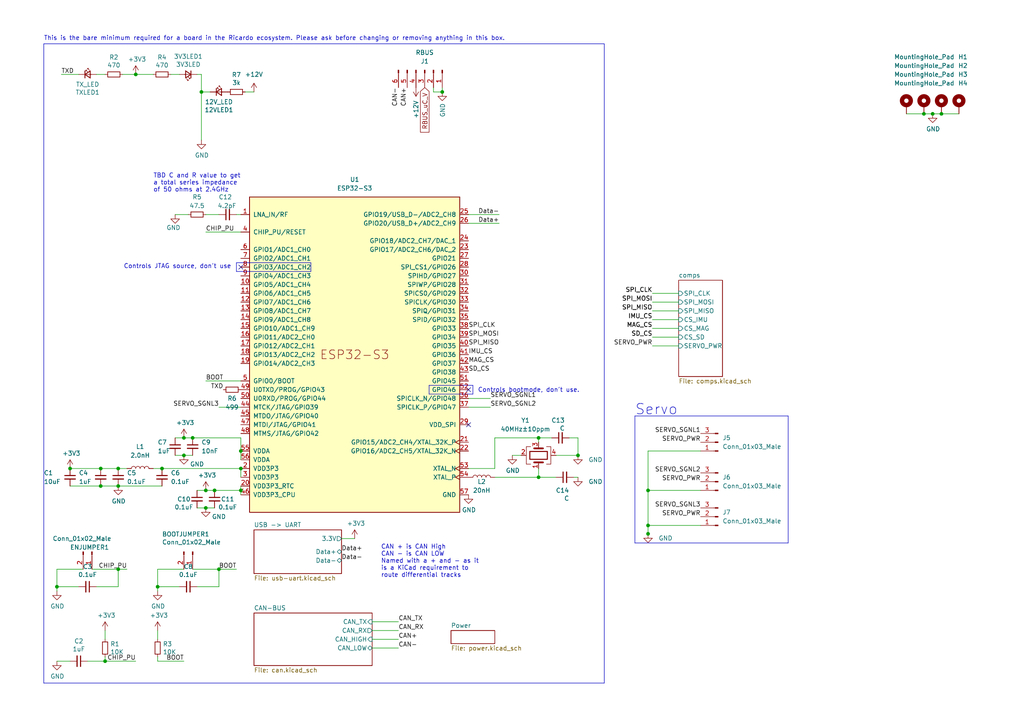
<source format=kicad_sch>
(kicad_sch (version 20230121) (generator eeschema)
  (paper "A4")
  (lib_symbols
    (symbol "Connector:Conn_01x02_Male" (pin_names (offset 1.016) hide)
      (property "Reference" "J" (at 0 2.54 0))
      (property "Value" "Conn_01x02_Male" (at 0 -5.08 0))
      (symbol "Conn_01x02_Male_1_1"
        (polyline (pts (xy 1.27 -2.54) (xy 0.8636 -2.54)) (stroke (width 0.1524)))
        (polyline (pts (xy 1.27 0) (xy 0.8636 0)) (stroke (width 0.1524)))
        (rectangle (start 0.8636 -2.413) (end 0 -2.667) (stroke (width 0.1524)) (fill (type outline)))
        (rectangle (start 0.8636 0.127) (end 0 -0.127) (stroke (width 0.1524)) (fill (type outline)))
        (pin passive line (at 5.08 0 180) (length 3.81) (name "Pin_1") (number "1"))
        (pin passive line (at 5.08 -2.54 180) (length 3.81) (name "Pin_2") (number "2"))
      )
    )
    (symbol "Connector:Conn_01x03_Male" (pin_names (offset 1.016) hide)
      (property "Reference" "J" (at 0 5.08 0))
      (property "Value" "Conn_01x03_Male" (at 0 -5.08 0))
      (symbol "Conn_01x03_Male_1_1"
        (polyline (pts (xy 1.27 -2.54) (xy 0.8636 -2.54)) (stroke (width 0.1524)))
        (polyline (pts (xy 1.27 0) (xy 0.8636 0)) (stroke (width 0.1524)))
        (polyline (pts (xy 1.27 2.54) (xy 0.8636 2.54)) (stroke (width 0.1524)))
        (rectangle (start 0.8636 -2.413) (end 0 -2.667) (stroke (width 0.1524)) (fill (type outline)))
        (rectangle (start 0.8636 0.127) (end 0 -0.127) (stroke (width 0.1524)) (fill (type outline)))
        (rectangle (start 0.8636 2.667) (end 0 2.413) (stroke (width 0.1524)) (fill (type outline)))
        (pin passive line (at 5.08 2.54 180) (length 3.81) (name "Pin_1") (number "1"))
        (pin passive line (at 5.08 0 180) (length 3.81) (name "Pin_2") (number "2"))
        (pin passive line (at 5.08 -2.54 180) (length 3.81) (name "Pin_3") (number "3"))
      )
    )
    (symbol "Connector:Conn_01x06_Male" (pin_names (offset 1.016) hide)
      (property "Reference" "J" (at 0 7.62 0))
      (property "Value" "Conn_01x06_Male" (at 0 -10.16 0))
      (symbol "Conn_01x06_Male_1_1"
        (polyline (pts (xy 1.27 -7.62) (xy 0.8636 -7.62)) (stroke (width 0.1524)))
        (polyline (pts (xy 1.27 -5.08) (xy 0.8636 -5.08)) (stroke (width 0.1524)))
        (polyline (pts (xy 1.27 -2.54) (xy 0.8636 -2.54)) (stroke (width 0.1524)))
        (polyline (pts (xy 1.27 0) (xy 0.8636 0)) (stroke (width 0.1524)))
        (polyline (pts (xy 1.27 2.54) (xy 0.8636 2.54)) (stroke (width 0.1524)))
        (polyline (pts (xy 1.27 5.08) (xy 0.8636 5.08)) (stroke (width 0.1524)))
        (rectangle (start 0.8636 -7.493) (end 0 -7.747) (stroke (width 0.1524)) (fill (type outline)))
        (rectangle (start 0.8636 -4.953) (end 0 -5.207) (stroke (width 0.1524)) (fill (type outline)))
        (rectangle (start 0.8636 -2.413) (end 0 -2.667) (stroke (width 0.1524)) (fill (type outline)))
        (rectangle (start 0.8636 0.127) (end 0 -0.127) (stroke (width 0.1524)) (fill (type outline)))
        (rectangle (start 0.8636 2.667) (end 0 2.413) (stroke (width 0.1524)) (fill (type outline)))
        (rectangle (start 0.8636 5.207) (end 0 4.953) (stroke (width 0.1524)) (fill (type outline)))
        (pin passive line (at 5.08 5.08 180) (length 3.81) (name "Pin_1") (number "1"))
        (pin passive line (at 5.08 2.54 180) (length 3.81) (name "Pin_2") (number "2"))
        (pin passive line (at 5.08 0 180) (length 3.81) (name "Pin_3") (number "3"))
        (pin passive line (at 5.08 -2.54 180) (length 3.81) (name "Pin_4") (number "4"))
        (pin passive line (at 5.08 -5.08 180) (length 3.81) (name "Pin_5") (number "5"))
        (pin passive line (at 5.08 -7.62 180) (length 3.81) (name "Pin_6") (number "6"))
      )
    )
    (symbol "Device:C_Small" (pin_numbers hide) (pin_names (offset 0.254) hide)
      (property "Reference" "C" (at 0.254 1.778 0))
      (property "Value" "C_Small" (at 0.254 -2.032 0))
      (symbol "C_Small_0_1"
        (polyline (pts (xy -1.524 -0.508) (xy 1.524 -0.508)) (stroke (width 0.3302)))
        (polyline (pts (xy -1.524 0.508) (xy 1.524 0.508)) (stroke (width 0.3048)))
      )
      (symbol "C_Small_1_1"
        (pin passive line (at 0 2.54 270) (length 2.032) (name "~") (number "1"))
        (pin passive line (at 0 -2.54 90) (length 2.032) (name "~") (number "2"))
      )
    )
    (symbol "Device:Crystal_GND24" (pin_names (offset 1.016) hide)
      (property "Reference" "Y" (at 3.175 5.08 0))
      (property "Value" "Crystal_GND24" (at 3.175 3.175 0))
      (symbol "Crystal_GND24_0_1"
        (rectangle (start -1.143 2.54) (end 1.143 -2.54) (stroke (width 0.3048)))
        (polyline (pts (xy -2.54 0) (xy -2.032 0)))
        (polyline (pts (xy -2.032 -1.27) (xy -2.032 1.27)) (stroke (width 0.508)))
        (polyline (pts (xy 0 -3.81) (xy 0 -3.556)))
        (polyline (pts (xy 0 3.556) (xy 0 3.81)))
        (polyline (pts (xy 2.032 -1.27) (xy 2.032 1.27)) (stroke (width 0.508)))
        (polyline (pts (xy 2.032 0) (xy 2.54 0)))
        (polyline (pts (xy -2.54 -2.286) (xy -2.54 -3.556) (xy 2.54 -3.556) (xy 2.54 -2.286)))
        (polyline (pts (xy -2.54 2.286) (xy -2.54 3.556) (xy 2.54 3.556) (xy 2.54 2.286)))
      )
      (symbol "Crystal_GND24_1_1"
        (pin passive line (at -3.81 0 0) (length 1.27) (name "1") (number "1"))
        (pin passive line (at 0 5.08 270) (length 1.27) (name "2") (number "2"))
        (pin passive line (at 3.81 0 180) (length 1.27) (name "3") (number "3"))
        (pin passive line (at 0 -5.08 90) (length 1.27) (name "4") (number "4"))
      )
    )
    (symbol "Device:L" (pin_numbers hide) (pin_names (offset 1.016) hide)
      (property "Reference" "L" (at -1.27 0 90))
      (property "Value" "L" (at 1.905 0 90))
      (symbol "L_0_1"
        (arc (start 0 -2.54) (mid 0.6323 -1.905) (end 0 -1.27))
        (arc (start 0 -1.27) (mid 0.6323 -0.635) (end 0 0))
        (arc (start 0 0) (mid 0.6323 0.635) (end 0 1.27))
        (arc (start 0 1.27) (mid 0.6323 1.905) (end 0 2.54))
      )
      (symbol "L_1_1"
        (pin passive line (at 0 3.81 270) (length 1.27) (name "1") (number "1"))
        (pin passive line (at 0 -3.81 90) (length 1.27) (name "2") (number "2"))
      )
    )
    (symbol "Device:LED_Small" (pin_numbers hide) (pin_names (offset 0.254) hide)
      (property "Reference" "D" (at -1.27 3.175 0))
      (property "Value" "LED_Small" (at -4.445 -2.54 0))
      (symbol "LED_Small_0_1"
        (polyline (pts (xy -0.762 -1.016) (xy -0.762 1.016)) (stroke (width 0.254)))
        (polyline (pts (xy 1.016 0) (xy -0.762 0)))
        (polyline (pts (xy 0.762 -1.016) (xy -0.762 0) (xy 0.762 1.016) (xy 0.762 -1.016)) (stroke (width 0.254)))
        (polyline (pts (xy 0 0.762) (xy -0.508 1.27) (xy -0.254 1.27) (xy -0.508 1.27) (xy -0.508 1.016)))
        (polyline (pts (xy 0.508 1.27) (xy 0 1.778) (xy 0.254 1.778) (xy 0 1.778) (xy 0 1.524)))
      )
      (symbol "LED_Small_1_1"
        (pin passive line (at -2.54 0 0) (length 1.778) (name "K") (number "1"))
        (pin passive line (at 2.54 0 180) (length 1.778) (name "A") (number "2"))
      )
    )
    (symbol "Device:R_Small" (pin_numbers hide) (pin_names (offset 0.254) hide)
      (property "Reference" "R" (at 0.762 0.508 0))
      (property "Value" "R_Small" (at 0.762 -1.016 0))
      (symbol "R_Small_0_1"
        (rectangle (start -0.762 1.778) (end 0.762 -1.778) (stroke (width 0.2032)))
      )
      (symbol "R_Small_1_1"
        (pin passive line (at 0 2.54 270) (length 0.762) (name "~") (number "1"))
        (pin passive line (at 0 -2.54 90) (length 0.762) (name "~") (number "2"))
      )
    )
    (symbol "Espressif:ESP32-S3" (pin_names (offset 1.016))
      (property "Reference" "U" (at 0 48.26 0))
      (property "Value" "ESP32-S3" (at 0 -48.26 0))
      (symbol "ESP32-S3_0_0"
        (text "ESP32-S3" (at 0 0 0) (effects (font (size 2.54 2.54))))
        (pin bidirectional line (at 33.02 -12.7 180) (length 2.54) (name "SPICLK_N/GPIO48") (number "36"))
        (pin bidirectional line (at 33.02 -15.24 180) (length 2.54) (name "SPICLK_P/GPIO47") (number "37"))
      )
      (symbol "ESP32-S3_0_1"
        (rectangle (start -30.48 45.72) (end 30.48 -45.72) (stroke (width 0.254)) (fill (type background)))
      )
      (symbol "ESP32-S3_1_1"
        (pin bidirectional line (at -33.02 40.64 0) (length 2.54) (name "LNA_IN/RF") (number "1"))
        (pin bidirectional line (at -33.02 20.32 0) (length 2.54) (name "GPIO5/ADC1_CH4") (number "10"))
        (pin bidirectional line (at -33.02 17.78 0) (length 2.54) (name "GPIO6/ADC1_CH5") (number "11"))
        (pin bidirectional line (at -33.02 15.24 0) (length 2.54) (name "GPIO7/ADC1_CH6") (number "12"))
        (pin bidirectional line (at -33.02 12.7 0) (length 2.54) (name "GPIO8/ADC1_CH7") (number "13"))
        (pin bidirectional line (at -33.02 10.16 0) (length 2.54) (name "GPIO9/ADC1_CH8") (number "14"))
        (pin bidirectional line (at -33.02 7.62 0) (length 2.54) (name "GPIO10/ADC1_CH9") (number "15"))
        (pin bidirectional line (at -33.02 5.08 0) (length 2.54) (name "GPIO11/ADC2_CH0") (number "16"))
        (pin bidirectional line (at -33.02 2.54 0) (length 2.54) (name "GPIO12/ADC2_CH1") (number "17"))
        (pin bidirectional line (at -33.02 0 0) (length 2.54) (name "GPIO13/ADC2_CH2") (number "18"))
        (pin bidirectional line (at -33.02 -2.54 0) (length 2.54) (name "GPIO14/ADC2_CH3") (number "19"))
        (pin power_in line (at -33.02 -33.02 0) (length 2.54) (name "VDD3P3") (number "2"))
        (pin power_in line (at -33.02 -38.1 0) (length 2.54) (name "VDD3P3_RTC") (number "20"))
        (pin input clock (at 33.02 -25.4 180) (length 2.54) (name "GPIO15/ADC2_CH4/XTAL_32K_P") (number "21"))
        (pin output clock (at 33.02 -27.94 180) (length 2.54) (name "GPIO16/ADC2_CH5/XTAL_32K_N") (number "22"))
        (pin bidirectional line (at 33.02 30.48 180) (length 2.54) (name "GPIO17/ADC2_CH6/DAC_2") (number "23"))
        (pin bidirectional line (at 33.02 33.02 180) (length 2.54) (name "GPIO18/ADC2_CH7/DAC_1") (number "24"))
        (pin bidirectional line (at 33.02 40.64 180) (length 2.54) (name "GPIO19/USB_D-/ADC2_CH8") (number "25"))
        (pin bidirectional line (at 33.02 38.1 180) (length 2.54) (name "GPIO20/USB_D+/ADC2_CH9") (number "26"))
        (pin bidirectional line (at 33.02 27.94 180) (length 2.54) (name "GPIO21") (number "27"))
        (pin bidirectional line (at 33.02 25.4 180) (length 2.54) (name "SPI_CS1/GPIO26") (number "28"))
        (pin power_out line (at 33.02 -20.32 180) (length 2.54) (name "VDD_SPI") (number "29"))
        (pin power_in line (at -33.02 -35.56 0) (length 2.54) (name "VDD3P3") (number "3"))
        (pin bidirectional line (at 33.02 22.86 180) (length 2.54) (name "SPIHD/GPIO27") (number "30"))
        (pin bidirectional line (at 33.02 20.32 180) (length 2.54) (name "SPIWP/GPIO28") (number "31"))
        (pin bidirectional line (at 33.02 17.78 180) (length 2.54) (name "SPICS0/GPIO29") (number "32"))
        (pin bidirectional line (at 33.02 15.24 180) (length 2.54) (name "SPICLK/GPIO30") (number "33"))
        (pin bidirectional line (at 33.02 12.7 180) (length 2.54) (name "SPIQ/GPIO31") (number "34"))
        (pin bidirectional line (at 33.02 10.16 180) (length 2.54) (name "SPID/GPIO32") (number "35"))
        (pin bidirectional line (at 33.02 7.62 180) (length 2.54) (name "GPIO33") (number "38"))
        (pin bidirectional line (at 33.02 5.08 180) (length 2.54) (name "GPIO34") (number "39"))
        (pin input line (at -33.02 35.56 0) (length 2.54) (name "CHIP_PU/RESET") (number "4"))
        (pin bidirectional line (at 33.02 2.54 180) (length 2.54) (name "GPIO35") (number "40"))
        (pin bidirectional line (at 33.02 0 180) (length 2.54) (name "GPIO36") (number "41"))
        (pin bidirectional line (at 33.02 -2.54 180) (length 2.54) (name "GPIO37") (number "42"))
        (pin bidirectional line (at 33.02 -5.08 180) (length 2.54) (name "GPIO38") (number "43"))
        (pin bidirectional line (at -33.02 -15.24 0) (length 2.54) (name "MTCK/JTAG/GPIO39") (number "44"))
        (pin bidirectional line (at -33.02 -17.78 0) (length 2.54) (name "MTDO/JTAG/GPIO40") (number "45"))
        (pin power_in line (at -33.02 -40.64 0) (length 2.54) (name "VDD3P3_CPU") (number "46"))
        (pin bidirectional line (at -33.02 -20.32 0) (length 2.54) (name "MTDI/JTAG/GPIO41") (number "47"))
        (pin bidirectional line (at -33.02 -22.86 0) (length 2.54) (name "MTMS/JTAG/GPIO42") (number "48"))
        (pin bidirectional line (at -33.02 -10.16 0) (length 2.54) (name "U0TXD/PROG/GPIO43") (number "49"))
        (pin bidirectional line (at -33.02 -7.62 0) (length 2.54) (name "GPIO0/BOOT") (number "5"))
        (pin bidirectional line (at -33.02 -12.7 0) (length 2.54) (name "U0RXD/PROG/GPIO44") (number "50"))
        (pin bidirectional line (at 33.02 -7.62 180) (length 2.54) (name "GPIO45") (number "51"))
        (pin bidirectional line (at 33.02 -10.16 180) (length 2.54) (name "GPIO46") (number "52"))
        (pin input clock (at 33.02 -33.02 180) (length 2.54) (name "XTAL_N") (number "53"))
        (pin output clock (at 33.02 -35.56 180) (length 2.54) (name "XTAL_P") (number "54"))
        (pin power_in line (at -33.02 -27.94 0) (length 2.54) (name "VDDA") (number "55"))
        (pin power_in line (at -33.02 -30.48 0) (length 2.54) (name "VDDA") (number "56"))
        (pin power_in line (at 33.02 -40.64 180) (length 2.54) (name "GND") (number "57"))
        (pin bidirectional line (at -33.02 30.48 0) (length 2.54) (name "GPIO1/ADC1_CH0") (number "6"))
        (pin bidirectional line (at -33.02 27.94 0) (length 2.54) (name "GPIO2/ADC1_CH1") (number "7"))
        (pin bidirectional line (at -33.02 25.4 0) (length 2.54) (name "GPIO3/ADC1_CH2") (number "8"))
        (pin bidirectional line (at -33.02 22.86 0) (length 2.54) (name "GPIO4/ADC1_CH3") (number "9"))
      )
    )
    (symbol "Mechanical:MountingHole_Pad" (pin_numbers hide) (pin_names (offset 1.016) hide)
      (property "Reference" "H" (at 0 6.35 0))
      (property "Value" "MountingHole_Pad" (at 0 4.445 0))
      (symbol "MountingHole_Pad_0_1"
        (circle (center 0 1.27) (radius 1.27) (stroke (width 1.27)))
      )
      (symbol "MountingHole_Pad_1_1"
        (pin input line (at 0 -2.54 90) (length 2.54) (name "1") (number "1"))
      )
    )
    (symbol "power:+12V" (power) (pin_names (offset 0))
      (property "Value" "+12V" (at 0 3.556 0))
      (symbol "+12V_0_1"
        (polyline (pts (xy -0.762 1.27) (xy 0 2.54)))
        (polyline (pts (xy 0 0) (xy 0 2.54)))
        (polyline (pts (xy 0 2.54) (xy 0.762 1.27)))
      )
      (symbol "+12V_1_1"
        (pin power_in line (at 0 0 90) (length 0) hide (name "+12V") (number "1"))
      )
    )
    (symbol "power:+3.3V" (power) (pin_names (offset 0))
      (property "Value" "+3.3V" (at 0 3.556 0))
      (symbol "+3.3V_0_1"
        (polyline (pts (xy -0.762 1.27) (xy 0 2.54)))
        (polyline (pts (xy 0 0) (xy 0 2.54)))
        (polyline (pts (xy 0 2.54) (xy 0.762 1.27)))
      )
      (symbol "+3.3V_1_1"
        (pin power_in line (at 0 0 90) (length 0) hide (name "+3V3") (number "1"))
      )
    )
    (symbol "power:GND" (power) (pin_names (offset 0))
      (property "Value" "GND" (at 0 -3.81 0))
      (symbol "GND_0_1"
        (polyline (pts (xy 0 0) (xy 0 -1.27) (xy 1.27 -1.27) (xy 0 -2.54) (xy -1.27 -1.27) (xy 0 -1.27)))
      )
      (symbol "GND_1_1"
        (pin power_in line (at 0 0 270) (length 0) hide (name "GND") (number "1"))
      )
    )
  )
  (junction (at 39.37 21.59))
  (junction (at 59.69 142.24))
  (junction (at 53.34 127))
  (junction (at 58.42 26.67))
  (junction (at 187.96 154.8298))
  (junction (at 30.48 191.77))
  (junction (at 187.96 142.24))
  (junction (at 69.85 142.24))
  (junction (at 55.88 127))
  (junction (at 63.5 165.1))
  (junction (at 59.69 147.32))
  (junction (at 62.23 142.24))
  (junction (at 34.29 135.89))
  (junction (at 20.32 135.89))
  (junction (at 45.72 170.18))
  (junction (at 29.21 135.89))
  (junction (at 34.29 140.97))
  (junction (at 156.21 127))
  (junction (at 273.05 33.02))
  (junction (at 53.34 132.08))
  (junction (at 156.21 138.43))
  (junction (at 69.85 130.81))
  (junction (at 29.21 140.97))
  (junction (at 16.51 170.18))
  (junction (at 187.96 152.4))
  (junction (at 270.51 33.02))
  (junction (at 267.97 33.02))
  (junction (at 167.64 132.08))
  (junction (at 46.99 135.89))
  (junction (at 128.27 26.67))
  (junction (at 34.29 165.1))
  (junction (at 69.85 135.89))
  (no_connect (at 69.85 77.47))
  (no_connect (at 135.89 113.03))
  (no_connect (at 135.89 123.19))
  (wire (pts (xy 30.48 191.77) (xy 30.48 190.5)))
  (wire (pts (xy 135.89 62.23) (xy 144.78 62.23)))
  (wire (pts (xy 69.85 135.89) (xy 69.85 138.43)))
  (wire (pts (xy 187.96 154.8298) (xy 187.96 154.94)))
  (polyline (pts (xy 90.17 78.74) (xy 68.58 78.74)))
  (wire (pts (xy 63.5 170.18) (xy 63.5 165.1)))
  (polyline (pts (xy 68.58 76.2) (xy 68.58 78.74)))
  (wire (pts (xy 60.96 26.67) (xy 58.42 26.67)))
  (wire (pts (xy 16.51 191.77) (xy 20.32 191.77)))
  (wire (pts (xy 107.95 180.34) (xy 115.57 180.34)))
  (polyline (pts (xy 184.15 120.65) (xy 184.15 157.48)))
  (wire (pts (xy 128.27 25.4) (xy 128.27 26.67)))
  (wire (pts (xy 160.02 127) (xy 156.21 127)))
  (wire (pts (xy 45.72 165.1) (xy 53.34 165.1)))
  (wire (pts (xy 125.73 26.67) (xy 128.27 26.67)))
  (wire (pts (xy 189.23 100.33) (xy 196.85 100.33)))
  (wire (pts (xy 58.42 21.59) (xy 57.15 21.59)))
  (wire (pts (xy 29.21 135.89) (xy 34.29 135.89)))
  (wire (pts (xy 143.51 138.43) (xy 156.21 138.43)))
  (wire (pts (xy 59.69 110.49) (xy 69.85 110.49)))
  (polyline (pts (xy 12.7 12.7) (xy 12.7 198.12)))
  (wire (pts (xy 267.97 33.02) (xy 262.89 33.02)))
  (wire (pts (xy 16.51 170.18) (xy 16.51 171.45)))
  (wire (pts (xy 189.23 95.25) (xy 196.85 95.25)))
  (wire (pts (xy 57.15 170.18) (xy 63.5 170.18)))
  (polyline (pts (xy 137.16 111.76) (xy 137.16 114.3)))
  (wire (pts (xy 68.58 165.1) (xy 63.5 165.1)))
  (wire (pts (xy 68.58 62.23) (xy 69.85 62.23)))
  (wire (pts (xy 27.94 21.59) (xy 30.48 21.59)))
  (wire (pts (xy 16.51 165.1) (xy 16.51 170.18)))
  (polyline (pts (xy 184.15 157.48) (xy 228.6 157.48)))
  (wire (pts (xy 161.29 132.08) (xy 167.64 132.08)))
  (wire (pts (xy 30.48 182.88) (xy 30.48 185.42)))
  (wire (pts (xy 57.15 147.32) (xy 59.69 147.32)))
  (polyline (pts (xy 68.58 76.2) (xy 90.17 76.2)))
  (wire (pts (xy 34.29 135.89) (xy 36.83 135.89)))
  (wire (pts (xy 69.85 142.24) (xy 69.85 143.51)))
  (wire (pts (xy 189.23 87.63) (xy 196.85 87.63)))
  (wire (pts (xy 62.23 142.24) (xy 69.85 142.24)))
  (wire (pts (xy 53.34 132.08) (xy 55.88 132.08)))
  (wire (pts (xy 143.51 135.89) (xy 143.51 127)))
  (wire (pts (xy 156.21 127) (xy 156.21 128.27)))
  (wire (pts (xy 34.29 165.1) (xy 36.83 165.1)))
  (wire (pts (xy 187.96 142.24) (xy 187.96 152.4)))
  (wire (pts (xy 50.8 132.08) (xy 53.34 132.08)))
  (wire (pts (xy 63.5 118.11) (xy 69.85 118.11)))
  (wire (pts (xy 187.96 130.81) (xy 187.96 142.24)))
  (polyline (pts (xy 124.46 111.76) (xy 124.46 114.3)))
  (wire (pts (xy 189.23 85.09) (xy 196.85 85.09)))
  (wire (pts (xy 135.89 115.57) (xy 142.24 115.57)))
  (polyline (pts (xy 12.7 12.7) (xy 175.26 12.7)))
  (wire (pts (xy 189.23 97.79) (xy 196.85 97.79)))
  (wire (pts (xy 44.45 135.89) (xy 46.99 135.89)))
  (wire (pts (xy 69.85 130.81) (xy 69.85 133.35)))
  (wire (pts (xy 22.86 170.18) (xy 16.51 170.18)))
  (polyline (pts (xy 228.6 157.48) (xy 228.6 120.65)))
  (wire (pts (xy 50.8 127) (xy 53.34 127)))
  (wire (pts (xy 17.78 21.59) (xy 22.86 21.59)))
  (wire (pts (xy 52.07 170.18) (xy 45.72 170.18)))
  (wire (pts (xy 50.8 62.23) (xy 54.61 62.23)))
  (wire (pts (xy 59.69 62.23) (xy 63.5 62.23)))
  (wire (pts (xy 278.13 33.02) (xy 273.05 33.02)))
  (wire (pts (xy 29.21 140.97) (xy 34.29 140.97)))
  (wire (pts (xy 35.56 21.59) (xy 39.37 21.59)))
  (wire (pts (xy 55.88 127) (xy 69.85 127)))
  (wire (pts (xy 187.96 142.24) (xy 203.2 142.24)))
  (wire (pts (xy 189.23 90.17) (xy 196.85 90.17)))
  (wire (pts (xy 107.95 187.96) (xy 115.57 187.96)))
  (wire (pts (xy 107.95 182.88) (xy 115.57 182.88)))
  (wire (pts (xy 69.85 127) (xy 69.85 130.81)))
  (polyline (pts (xy 137.16 114.3) (xy 124.46 114.3)))
  (wire (pts (xy 55.88 165.1) (xy 63.5 165.1)))
  (wire (pts (xy 125.73 25.4) (xy 125.73 26.67)))
  (wire (pts (xy 25.4 191.77) (xy 30.48 191.77)))
  (wire (pts (xy 273.05 33.02) (xy 270.51 33.02)))
  (wire (pts (xy 135.89 135.89) (xy 143.51 135.89)))
  (wire (pts (xy 45.72 170.18) (xy 45.72 171.45)))
  (wire (pts (xy 45.72 191.77) (xy 45.72 190.5)))
  (wire (pts (xy 49.53 21.59) (xy 52.07 21.59)))
  (wire (pts (xy 189.23 92.71) (xy 196.85 92.71)))
  (wire (pts (xy 148.59 132.08) (xy 151.13 132.08)))
  (wire (pts (xy 135.89 118.11) (xy 142.24 118.11)))
  (wire (pts (xy 58.42 21.59) (xy 58.42 26.67)))
  (wire (pts (xy 161.29 138.43) (xy 156.21 138.43)))
  (wire (pts (xy 187.96 152.4) (xy 187.96 154.8298)))
  (polyline (pts (xy 184.15 120.65) (xy 228.6 120.65)))
  (wire (pts (xy 59.69 67.31) (xy 69.85 67.31)))
  (wire (pts (xy 187.96 152.4) (xy 203.2 152.4)))
  (wire (pts (xy 53.34 191.77) (xy 45.72 191.77)))
  (wire (pts (xy 58.42 26.67) (xy 58.42 40.64)))
  (wire (pts (xy 156.21 135.89) (xy 156.21 138.43)))
  (wire (pts (xy 34.29 170.18) (xy 34.29 165.1)))
  (polyline (pts (xy 90.17 76.2) (xy 90.17 78.74)))
  (wire (pts (xy 143.51 127) (xy 156.21 127)))
  (wire (pts (xy 99.06 156.21) (xy 102.87 156.21)))
  (wire (pts (xy 167.64 138.43) (xy 166.37 138.43)))
  (wire (pts (xy 20.32 135.89) (xy 29.21 135.89)))
  (wire (pts (xy 167.64 127) (xy 167.64 132.08)))
  (wire (pts (xy 39.37 21.59) (xy 44.45 21.59)))
  (polyline (pts (xy 124.46 111.76) (xy 137.16 111.76)))
  (wire (pts (xy 59.69 147.32) (xy 62.23 147.32)))
  (wire (pts (xy 30.48 191.77) (xy 39.37 191.77)))
  (wire (pts (xy 270.51 33.02) (xy 267.97 33.02)))
  (wire (pts (xy 107.95 185.42) (xy 115.57 185.42)))
  (wire (pts (xy 53.34 127) (xy 55.88 127)))
  (wire (pts (xy 203.2 130.81) (xy 187.96 130.81)))
  (wire (pts (xy 73.66 26.67) (xy 71.12 26.67)))
  (wire (pts (xy 46.99 135.89) (xy 69.85 135.89)))
  (polyline (pts (xy 175.26 12.7) (xy 175.26 198.12)))
  (wire (pts (xy 34.29 140.97) (xy 46.99 140.97)))
  (wire (pts (xy 135.89 64.77) (xy 144.78 64.77)))
  (wire (pts (xy 27.94 170.18) (xy 34.29 170.18)))
  (wire (pts (xy 45.72 165.1) (xy 45.72 170.18)))
  (wire (pts (xy 59.69 142.24) (xy 62.23 142.24)))
  (wire (pts (xy 57.15 142.24) (xy 59.69 142.24)))
  (wire (pts (xy 20.32 140.97) (xy 29.21 140.97)))
  (wire (pts (xy 69.85 142.24) (xy 69.85 140.97)))
  (wire (pts (xy 167.64 127) (xy 165.1 127)))
  (wire (pts (xy 26.67 165.1) (xy 34.29 165.1)))
  (wire (pts (xy 45.72 182.88) (xy 45.72 185.42)))
  (wire (pts (xy 16.51 165.1) (xy 24.13 165.1)))
  (polyline (pts (xy 175.26 198.12) (xy 12.7 198.12)))
  (text "Controls bootmode, don't use.\n" (at 138.5894 113.9757 0) (effects (font (size 1.27 1.27)) (justify left bottom)))
  (text "This is the bare minimum required for a board in the Ricardo ecosystem. Please ask before changing or removing anything in this box.\n\n" (at 12.7 13.97 0) (effects (font (size 1.27 1.27)) (justify left bottom)))
  (text "TBD C and R value to get\na total series impedance\nof 50 ohms at 2.4GHz\n" (at 44.45 55.88 0) (effects (font (size 1.27 1.27)) (justify left bottom)))
  (text "CAN + is CAN High\nCAN - is CAN LOW\nNamed with a + and - as it\nis a KiCad requirement to\nroute differential tracks\n" (at 110.49 167.64 0) (effects (font (size 1.27 1.27)) (justify left bottom)))
  (text "Controls JTAG source, don't use\n" (at 67.0857 78.0878 0) (effects (font (size 1.27 1.27)) (justify right bottom)))
  (text "Servo	" (at 184.15 120.65 0) (effects (font (size 3 3)) (justify left bottom)))
  (label "SERVO_PWR" (at 203.2 149.86 180))
  (label "SERVO_SGNL2" (at 203.2 137.16 180))
  (label "CHIP_PU" (at 36.83 165.1 180))
  (label "SERVO_SGNL3" (at 63.5 118.11 180))
  (label "SPI_CLK" (at 135.89 95.25 0))
  (label "SPI_MOSI" (at 189.23 87.63 180))
  (label "CAN+" (at 115.57 185.42 0))
  (label "Data+" (at 99.06 160.02 0))
  (label "SERVO_SGNL1" (at 142.24 115.57 0))
  (label "SERVO_SGNL3" (at 203.2 147.32 180))
  (label "Data-" (at 99.06 162.56 0))
  (label "MAG_CS" (at 189.23 95.25 180))
  (label "BOOT" (at 53.34 191.77 180))
  (label "IMU_CS" (at 189.23 92.71 180))
  (label "SPI_MOSI" (at 135.89 97.79 0))
  (label "SERVO_PWR" (at 189.23 100.33 180))
  (label "CAN-" (at 115.57 25.4 270))
  (label "SPI_CLK" (at 189.23 85.09 180))
  (label "SD_CS" (at 135.89 107.95 0))
  (label "CAN+" (at 118.11 25.4 270))
  (label "CAN_TX" (at 115.57 180.34 0))
  (label "SD_CS" (at 189.23 97.79 180))
  (label "SPI_MISO" (at 189.23 90.17 180))
  (label "SERVO_PWR" (at 203.2 128.27 180))
  (label "MAG_CS" (at 135.89 105.41 0))
  (label "BOOT" (at 68.58 165.1 180))
  (label "SERVO_PWR" (at 203.2 139.7 180))
  (label "SPI_MISO" (at 189.23 90.17 180))
  (label "MAG_CS" (at 189.23 95.25 180))
  (label "IMU_CS" (at 135.89 102.87 0))
  (label "SD_CS" (at 189.23 97.79 180))
  (label "SERVO_SGNL1" (at 203.2 125.73 180))
  (label "BOOT" (at 59.69 110.49 0))
  (label "TXD" (at 64.77 113.03 180))
  (label "CHIP_PU" (at 59.69 67.31 0))
  (label "SPI_MOSI" (at 189.23 87.63 180))
  (label "SPI_CLK" (at 189.23 85.09 180))
  (label "CAN_RX" (at 115.57 182.88 0))
  (label "SERVO_SGNL2" (at 142.24 118.11 0))
  (label "Data+" (at 144.78 64.77 180))
  (label "Data-" (at 144.78 62.23 180))
  (label "CAN-" (at 115.57 187.96 0))
  (label "SPI_MISO" (at 135.89 100.33 0))
  (label "TXD" (at 17.78 21.59 0))
  (label "CHIP_PU" (at 39.37 191.77 180))
  (label "IMU_CS" (at 189.23 92.71 180))
  (global_label "RBUS_uC_V" (shape input) (at 123.19 25.4 270) (property "Intersheetrefs" "${INTERSHEET_REFS}" (effects hide)))
  (symbol (lib_id "power:+3.3V") (at 30.48 182.88 0) (unit 1)
    (property "Reference" "#PWR04" (effects hide))
    (property "Value" "+3.3V" (at 30.861 178.4858 0))
  )
  (symbol (lib_id "Device:R_Small") (at 30.48 187.96 0) (unit 1)
    (property "Reference" "R1" (at 31.9786 186.7916 0) (effects (justify left)))
    (property "Value" "10K" (at 31.9786 189.103 0) (effects (justify left)))
    (property "Footprint" "Resistor_SMD:R_0402_1005Metric" (effects hide))
  )
  (symbol (lib_id "Device:C_Small") (at 22.86 191.77 270) (unit 1)
    (property "Reference" "C2" (at 22.86 185.9534 90))
    (property "Value" "1uF" (at 22.86 188.2648 90))
    (property "Footprint" "Capacitor_SMD:C_0402_1005Metric" (effects hide))
  )
  (symbol (lib_id "power:GND") (at 16.51 191.77 0) (unit 1)
    (property "Reference" "#PWR02" (effects hide))
    (property "Value" "GND" (at 16.637 196.1642 0))
  )
  (symbol (lib_id "power:+3.3V") (at 45.72 182.88 0) (unit 1)
    (property "Reference" "#PWR08" (effects hide))
    (property "Value" "+3.3V" (at 46.101 178.4858 0))
  )
  (symbol (lib_id "Device:R_Small") (at 45.72 187.96 0) (unit 1)
    (property "Reference" "R3" (at 47.2186 186.7916 0) (effects (justify left)))
    (property "Value" "10K" (at 47.2186 189.103 0) (effects (justify left)))
    (property "Footprint" "Resistor_SMD:R_0402_1005Metric" (effects hide))
  )
  (symbol (lib_id "power:GND") (at 45.72 171.45 0) (unit 1)
    (property "Reference" "#PWR07" (effects hide))
    (property "Value" "GND" (at 45.847 175.8442 0))
  )
  (symbol (lib_id "Device:C_Small") (at 54.61 170.18 270) (unit 1)
    (property "Reference" "C8" (at 54.61 164.3634 90))
    (property "Value" "0.1uF" (at 54.61 166.6748 90))
    (property "Footprint" "Capacitor_SMD:C_0402_1005Metric" (effects hide))
  )
  (symbol (lib_id "power:GND") (at 16.51 171.45 0) (unit 1)
    (property "Reference" "#PWR01" (effects hide))
    (property "Value" "GND" (at 16.637 175.8442 0))
  )
  (symbol (lib_id "Device:C_Small") (at 25.4 170.18 270) (unit 1)
    (property "Reference" "C3" (at 25.4 164.3634 90))
    (property "Value" "0.1uF" (at 25.4 166.6748 90))
    (property "Footprint" "Capacitor_SMD:C_0402_1005Metric" (effects hide))
  )
  (symbol (lib_id "Device:LED_Small") (at 25.4 21.59 0) (unit 1)
    (property "Reference" "TXLED1" (at 25.4 26.797 0))
    (property "Value" "TX_LED" (at 25.4 24.4856 0))
    (property "Footprint" "Resistor_SMD:R_0402_1005Metric" (effects hide))
  )
  (symbol (lib_id "Device:R_Small") (at 33.02 21.59 270) (unit 1)
    (property "Reference" "R2" (at 33.02 16.6116 90))
    (property "Value" "470" (at 33.02 18.923 90))
    (property "Footprint" "Resistor_SMD:R_0402_1005Metric" (effects hide))
  )
  (symbol (lib_id "power:GND") (at 58.42 40.64 0) (unit 1)
    (property "Reference" "#PWR012" (effects hide))
    (property "Value" "GND" (at 58.547 45.0342 0))
  )
  (symbol (lib_id "power:+3.3V") (at 39.37 21.59 0) (unit 1)
    (property "Reference" "#PWR06" (effects hide))
    (property "Value" "+3.3V" (at 39.751 17.1958 0))
  )
  (symbol (lib_id "Device:LED_Small") (at 54.61 21.59 180) (unit 1)
    (property "Reference" "3V3LED1" (at 54.61 16.383 0))
    (property "Value" "3V3LED" (at 54.61 18.6944 0))
    (property "Footprint" "Resistor_SMD:R_0402_1005Metric" (effects hide))
  )
  (symbol (lib_id "Device:R_Small") (at 46.99 21.59 270) (unit 1)
    (property "Reference" "R4" (at 46.99 16.6116 90))
    (property "Value" "470" (at 46.99 18.923 90))
    (property "Footprint" "Resistor_SMD:R_0402_1005Metric" (effects hide))
  )
  (symbol (lib_id "Connector:Conn_01x02_Male") (at 26.67 160.02 270) (unit 1)
    (property "Reference" "ENJUMPER1" (at 20.32 158.75 90) (effects (justify left)))
    (property "Value" "Conn_01x02_Male" (at 15.24 156.21 90) (effects (justify left)))
    (property "Footprint" "Connector_PinHeader_2.54mm:PinHeader_1x02_P2.54mm_Vertical" (effects hide))
  )
  (symbol (lib_id "Connector:Conn_01x02_Male") (at 55.88 160.02 270) (unit 1)
    (property "Reference" "BOOTJUMPER1" (at 46.99 154.94 90) (effects (justify left)))
    (property "Value" "Conn_01x02_Male" (at 46.99 157.2514 90) (effects (justify left)))
    (property "Footprint" "Connector_PinHeader_2.54mm:PinHeader_1x02_P2.54mm_Vertical" (effects hide))
  )
  (symbol (lib_id "power:+3.3V") (at 102.87 156.21 0) (unit 1)
    (property "Reference" "#PWR016" (effects hide))
    (property "Value" "+3.3V" (at 103.251 151.8158 0))
  )
  (symbol (lib_id "power:GND") (at 128.27 26.67 0) (unit 1)
    (property "Reference" "#PWR018" (effects hide))
    (property "Value" "GND" (at 128.397 29.9212 90) (effects (justify right)))
  )
  (symbol (lib_id "Connector:Conn_01x06_Male") (at 123.19 20.32 270) (unit 1)
    (property "Reference" "J1" (at 123.19 17.78 90))
    (property "Value" "RBUS" (at 123.19 15.24 90))
    (property "Footprint" "Connector_Molex:Molex_Mini-Fit_Jr_5566-06A_2x03_P4.20mm_Vertical" (effects hide))
  )
  (symbol (lib_id "Device:LED_Small") (at 63.5 26.67 0) (unit 1)
    (property "Reference" "12VLED1" (at 63.5 31.877 0))
    (property "Value" "12V_LED" (at 63.5 29.5656 0))
    (property "Footprint" "Resistor_SMD:R_0402_1005Metric" (effects hide))
  )
  (symbol (lib_id "Device:R_Small") (at 68.58 26.67 270) (unit 1)
    (property "Reference" "R7" (at 68.58 21.6916 90))
    (property "Value" "3k" (at 68.58 24.003 90))
    (property "Footprint" "Resistor_SMD:R_0402_1005Metric" (effects hide))
  )
  (symbol (lib_id "power:GND") (at 167.64 132.08 0) (unit 1)
    (property "Reference" "#PWR021" (effects hide))
    (property "Value" "GND" (at 172.72 133.35 0))
  )
  (symbol (lib_id "power:GND") (at 34.29 140.97 0) (unit 1)
    (property "Reference" "#PWR05" (effects hide))
    (property "Value" "GND" (at 34.417 145.3642 0))
  )
  (symbol (lib_id "Device:C_Small") (at 55.88 129.54 0) (unit 1)
    (property "Reference" "C9" (at 58.42 128.2762 0) (effects (justify left)))
    (property "Value" "10nF" (at 58.42 130.8162 0) (effects (justify left)))
    (property "Footprint" "Capacitor_SMD:C_0402_1005Metric" (effects hide))
  )
  (symbol (lib_id "power:+3.3V") (at 53.34 127 0) (unit 1)
    (property "Reference" "#PWR010" (effects hide))
    (property "Value" "+3.3V" (at 53.721 122.6058 0))
  )
  (symbol (lib_id "Mechanical:MountingHole_Pad") (at 267.97 30.48 0) (unit 1)
    (property "Reference" "H2" (at 280.67 19.05 0) (effects (justify right)))
    (property "Value" "MountingHole_Pad" (at 276.86 21.59 0) (effects (justify right)))
    (property "Footprint" "MountingHole:MountingHole_3.2mm_M3_DIN965_Pad" (effects hide))
  )
  (symbol (lib_id "Device:C_Small") (at 50.8 129.54 0) (unit 1)
    (property "Reference" "C7" (at 45.72 128.27 0) (effects (justify left)))
    (property "Value" "1uF" (at 45.72 130.81 0) (effects (justify left)))
    (property "Footprint" "Capacitor_SMD:C_0402_1005Metric" (effects hide))
  )
  (symbol (lib_id "Connector:Conn_01x03_Male") (at 208.28 128.27 180) (unit 1)
    (property "Reference" "J5" (at 209.55 126.9999 0) (effects (justify right)))
    (property "Value" "Conn_01x03_Male" (at 209.55 129.5399 0) (effects (justify right)))
    (property "Footprint" "Connector_AMASS:AMASS_MR30PW-M_1x03_P3.50mm_Horizontal" (effects hide))
  )
  (symbol (lib_id "Connector:Conn_01x03_Male") (at 208.28 149.86 180) (unit 1)
    (property "Reference" "J7" (at 209.55 148.5899 0) (effects (justify right)))
    (property "Value" "Conn_01x03_Male" (at 209.55 151.1299 0) (effects (justify right)))
    (property "Footprint" "Connector_AMASS:AMASS_MR30PW-M_1x03_P3.50mm_Horizontal" (effects hide))
  )
  (symbol (lib_id "power:+12V") (at 73.66 26.67 0) (unit 1)
    (property "Reference" "#PWR015" (effects hide))
    (property "Value" "+12V" (at 73.66 21.59 0))
  )
  (symbol (lib_id "Mechanical:MountingHole_Pad") (at 278.13 30.48 0) (unit 1)
    (property "Reference" "H4" (at 280.67 24.13 0) (effects (justify right)))
    (property "Value" "MountingHole_Pad" (at 276.86 16.51 0) (effects (justify right)))
    (property "Footprint" "MountingHole:MountingHole_3.2mm_M3_DIN965_Pad" (effects hide))
  )
  (symbol (lib_id "power:GND") (at 59.69 147.32 0) (unit 1)
    (property "Reference" "#PWR014" (effects hide))
    (property "Value" "GND" (at 63.5 149.86 0))
  )
  (symbol (lib_id "power:+12V") (at 120.65 25.4 180) (unit 1)
    (property "Reference" "#PWR017" (effects hide))
    (property "Value" "+12V" (at 120.65 31.75 90))
  )
  (symbol (lib_id "Connector:Conn_01x03_Male") (at 208.28 139.7 180) (unit 1)
    (property "Reference" "J6" (at 209.55 138.4299 0) (effects (justify right)))
    (property "Value" "Conn_01x03_Male" (at 209.55 140.9699 0) (effects (justify right)))
    (property "Footprint" "Connector_AMASS:AMASS_MR30PW-M_1x03_P3.50mm_Horizontal" (effects hide))
  )
  (symbol (lib_id "Device:C_Small") (at 20.32 138.43 0) (unit 1)
    (property "Reference" "C1" (at 12.7 137.16 0) (effects (justify left)))
    (property "Value" "10uF" (at 12.7 139.7 0) (effects (justify left)))
    (property "Footprint" "Capacitor_SMD:C_0402_1005Metric" (effects hide))
  )
  (symbol (lib_id "Device:C_Small") (at 57.15 144.78 0) (unit 1)
    (property "Reference" "C10" (at 53.34 144.78 0))
    (property "Value" "0.1uF" (at 53.34 147.0914 0))
    (property "Footprint" "Capacitor_SMD:C_0402_1005Metric" (effects hide))
  )
  (symbol (lib_id "Device:C_Small") (at 163.83 138.43 90) (unit 1)
    (property "Reference" "C14" (at 165.1 142.24 90) (effects (justify left)))
    (property "Value" "C" (at 165.1 144.5514 90) (effects (justify left)))
    (property "Footprint" "Capacitor_SMD:C_0402_1005Metric" (effects hide))
  )
  (symbol (lib_id "power:GND") (at 167.64 138.43 0) (unit 1)
    (property "Reference" "#PWR022" (effects hide))
    (property "Value" "GND" (at 172.72 139.7 0))
  )
  (symbol (lib_id "Device:C_Small") (at 34.29 138.43 0) (unit 1)
    (property "Reference" "C5" (at 36.83 137.1662 0) (effects (justify left)))
    (property "Value" "0.1uF" (at 36.83 139.7062 0) (effects (justify left)))
    (property "Footprint" "Capacitor_SMD:C_0402_1005Metric" (effects hide))
  )
  (symbol (lib_id "power:GND") (at 53.34 132.08 0) (unit 1)
    (property "Reference" "#PWR011" (effects hide))
    (property "Value" "GND" (at 57.15 134.62 0))
  )
  (symbol (lib_id "Mechanical:MountingHole_Pad") (at 262.89 30.48 0) (unit 1)
    (property "Reference" "H1" (at 280.67 16.51 0) (effects (justify right)))
    (property "Value" "MountingHole_Pad" (at 276.86 24.13 0) (effects (justify right)))
    (property "Footprint" "MountingHole:MountingHole_3.2mm_M3_DIN965_Pad" (effects hide))
  )
  (symbol (lib_id "Device:C_Small") (at 62.23 144.78 0) (unit 1)
    (property "Reference" "C11" (at 66.04 144.78 0))
    (property "Value" "0.1uF" (at 66.04 147.0914 0))
    (property "Footprint" "Capacitor_SMD:C_0402_1005Metric" (effects hide))
  )
  (symbol (lib_id "Device:C_Small") (at 162.56 127 90) (unit 1)
    (property "Reference" "C13" (at 163.83 121.92 90) (effects (justify left)))
    (property "Value" "C" (at 163.83 124.2314 90) (effects (justify left)))
    (property "Footprint" "Capacitor_SMD:C_0402_1005Metric" (effects hide))
  )
  (symbol (lib_id "power:GND") (at 148.59 132.08 0) (unit 1)
    (property "Reference" "#PWR020" (effects hide))
    (property "Value" "GND" (at 148.717 136.4742 0))
  )
  (symbol (lib_id "Device:L") (at 139.7 138.43 90) (unit 1)
    (property "Reference" "L2" (at 139.7 139.7 90))
    (property "Value" "20nH" (at 139.7 142.24 90))
    (property "Footprint" "Inductor_SMD:L_0402_1005Metric" (effects hide))
  )
  (symbol (lib_id "power:+3.3V") (at 59.69 142.24 0) (unit 1)
    (property "Reference" "#PWR013" (effects hide))
    (property "Value" "+3.3V" (at 60.071 137.8458 0))
  )
  (symbol (lib_id "power:GND") (at 187.96 154.8298 0) (unit 1)
    (property "Reference" "#PWR0101" (effects hide))
    (property "Value" "GND" (at 193.04 156.0998 0))
  )
  (symbol (lib_id "Device:C_Small") (at 66.04 62.23 90) (unit 1)
    (property "Reference" "C12" (at 67.31 57.15 90) (effects (justify left)))
    (property "Value" "4.2pF" (at 68.58 59.69 90) (effects (justify left)))
    (property "Footprint" "Capacitor_SMD:C_0402_1005Metric" (effects hide))
  )
  (symbol (lib_id "Device:L") (at 40.64 135.89 90) (unit 1)
    (property "Reference" "L1" (at 40.64 129.54 90))
    (property "Value" "2.0nH" (at 40.64 132.08 90))
    (property "Footprint" "Inductor_SMD:L_0402_1005Metric" (effects hide))
  )
  (symbol (lib_id "power:+3.3V") (at 20.32 135.89 0) (unit 1)
    (property "Reference" "#PWR03" (effects hide))
    (property "Value" "+3.3V" (at 20.701 131.4958 0))
  )
  (symbol (lib_id "Espressif:ESP32-S3") (at 102.87 102.87 0) (unit 1)
    (property "Reference" "U1" (at 102.87 52.07 0))
    (property "Value" "ESP32-S3" (at 102.87 54.61 0))
    (property "Footprint" "Package_DFN_QFN:QFN-56-1EP_7x7mm_P0.4mm_EP5.6x5.6mm" (effects hide))
    (property "Datasheet" "https://www.espressif.com/sites/default/files/documentation/esp32-s3_datasheet_en.pdf" (effects hide))
  )
  (symbol (lib_id "Mechanical:MountingHole_Pad") (at 273.05 30.48 0) (unit 1)
    (property "Reference" "H3" (at 280.67 21.59 0) (effects (justify right)))
    (property "Value" "MountingHole_Pad" (at 276.86 19.05 0) (effects (justify right)))
    (property "Footprint" "MountingHole:MountingHole_3.2mm_M3_DIN965_Pad" (effects hide))
  )
  (symbol (lib_id "power:GND") (at 270.51 33.02 0) (unit 1)
    (property "Reference" "#PWR023" (effects hide))
    (property "Value" "GND" (at 270.637 37.4142 0))
  )
  (symbol (lib_id "Device:Crystal_GND24") (at 156.21 132.08 90) (unit 1)
    (property "Reference" "Y1" (at 152.4 121.92 90))
    (property "Value" "40MHz±10ppm" (at 152.4 124.46 90))
    (property "Footprint" "Crystal:Crystal_SMD_2016-4Pin_2.0x1.6mm" (effects hide))
  )
  (symbol (lib_id "Device:C_Small") (at 29.21 138.43 0) (unit 1)
    (property "Reference" "C4" (at 22.86 137.16 0) (effects (justify left)))
    (property "Value" "1uF" (at 22.86 139.7 0) (effects (justify left)))
    (property "Footprint" "Capacitor_SMD:C_0402_1005Metric" (effects hide))
  )
  (symbol (lib_id "power:GND") (at 135.89 143.51 0) (unit 1)
    (property "Reference" "#PWR019" (effects hide))
    (property "Value" "GND" (at 136.017 147.9042 0))
  )
  (symbol (lib_id "power:GND") (at 50.8 62.23 0) (unit 1)
    (property "Reference" "#PWR09" (effects hide))
    (property "Value" "GND" (at 48.26 66.04 0) (effects (justify left)))
  )
  (symbol (lib_id "Device:R_Small") (at 67.31 113.03 90) (unit 1)
    (property "Reference" "R6" (at 67.31 115.57 90))
    (property "Value" "499" (at 67.31 118.11 90))
    (property "Footprint" "Resistor_SMD:R_0402_1005Metric" (effects hide))
  )
  (symbol (lib_id "Device:R_Small") (at 57.15 62.23 90) (unit 1)
    (property "Reference" "R5" (at 57.15 57.15 90))
    (property "Value" "47.5" (at 57.15 59.69 90))
    (property "Footprint" "Resistor_SMD:R_0402_1005Metric" (effects hide))
  )
  (symbol (lib_id "Device:C_Small") (at 46.99 138.43 0) (unit 1)
    (property "Reference" "C6" (at 49.53 137.1662 0) (effects (justify left)))
    (property "Value" "0.1uF" (at 49.53 139.7062 0) (effects (justify left)))
    (property "Footprint" "Capacitor_SMD:C_0402_1005Metric" (effects hide))
  )
  (sheet (at 73.66 153.67) (size 25.4 12.7)
    (property "Sheetname" "USB -> UART" (at 73.66 152.9584 0) (effects (justify left bottom)))
    (property "Sheetfile" "usb-uart.kicad_sch" (at 73.66 166.9546 0) (effects (justify left top)))
    (pin "3.3V" output (at 99.06 156.21 0))
    (pin "Data+" bidirectional (at 99.06 160.02 0))
    (pin "Data-" bidirectional (at 99.06 162.56 0))
  )
  (sheet (at 73.66 177.8) (size 34.29 15.24)
    (property "Sheetname" "CAN-BUS" (at 73.66 177.0884 0) (effects (justify left bottom)))
    (property "Sheetfile" "can.kicad_sch" (at 73.66 193.6246 0) (effects (justify left top)))
    (pin "CAN_TX" input (at 107.95 180.34 0))
    (pin "CAN_RX" output (at 107.95 182.88 0))
    (pin "CAN_HIGH" input (at 107.95 185.42 0))
    (pin "CAN_LOW" bidirectional (at 107.95 187.96 0))
  )
  (sheet (at 130.81 182.88) (size 12.7 3.81) (stroke (width 0.1524))
    (property "Sheetname" "Power" (at 130.81 182.1684 0) (effects (justify left bottom)))
    (property "Sheetfile" "power.kicad_sch" (at 130.81 187.2746 0) (effects (justify left top)))
  )
  (sheet (at 196.85 81.28) (size 12.7 27.94) (stroke (width 0.1524))
    (property "Sheetname" "comps" (at 196.85 80.5684 0) (effects (justify left bottom)))
    (property "Sheetfile" "comps.kicad_sch" (at 196.85 109.8046 0) (effects (justify left top)))
    (pin "SPI_MOSI" input (at 196.85 87.63 180))
    (pin "SPI_MISO" input (at 196.85 90.17 180))
    (pin "SPI_CLK" input (at 196.85 85.09 180))
    (pin "CS_IMU" input (at 196.85 92.71 180))
    (pin "CS_MAG" input (at 196.85 95.25 180))
    (pin "CS_SD" input (at 196.85 97.79 180))
    (pin "SERVO_PWR" input (at 196.85 100.33 180))
  )
)
</source>
